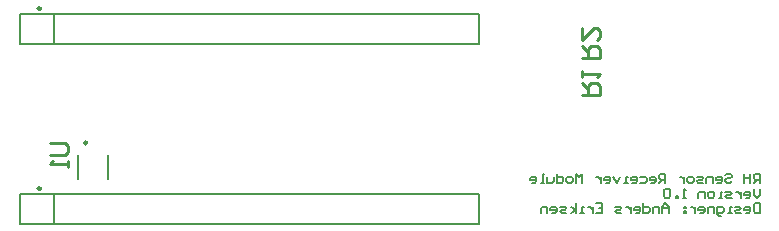
<source format=gbr>
%TF.GenerationSoftware,Altium Limited,Altium Designer,25.6.2 (33)*%
G04 Layer_Color=32896*
%FSLAX45Y45*%
%MOMM*%
%TF.SameCoordinates,5DA55B6F-82E9-41E6-B114-64E7E2ADA8B0*%
%TF.FilePolarity,Positive*%
%TF.FileFunction,Legend,Bot*%
%TF.Part,Single*%
G01*
G75*
%TA.AperFunction,NonConductor*%
%ADD22C,0.20000*%
%ADD24C,0.25000*%
%ADD25C,0.25400*%
D22*
X1345450Y405540D02*
Y615540D01*
X1092950Y405540D02*
Y615540D01*
X889000Y1549400D02*
Y1803400D01*
X597000Y1549400D02*
Y1803400D01*
X4483000D01*
Y1549400D02*
Y1803400D01*
X597000Y1549400D02*
X4483000D01*
X889000Y25400D02*
Y279400D01*
X597000Y25400D02*
Y279400D01*
X4483000D01*
Y25400D02*
Y279400D01*
X597000Y25400D02*
X4483000D01*
X6863400Y202832D02*
Y122858D01*
X6823413D01*
X6810084Y136187D01*
Y189503D01*
X6823413Y202832D01*
X6863400D01*
X6743439Y122858D02*
X6770097D01*
X6783426Y136187D01*
Y162845D01*
X6770097Y176174D01*
X6743439D01*
X6730110Y162845D01*
Y149516D01*
X6783426D01*
X6703452Y122858D02*
X6663464D01*
X6650136Y136187D01*
X6663464Y149516D01*
X6690123D01*
X6703452Y162845D01*
X6690123Y176174D01*
X6650136D01*
X6623477Y122858D02*
X6596819D01*
X6610148D01*
Y176174D01*
X6623477D01*
X6530174Y96200D02*
X6516845D01*
X6503516Y109529D01*
Y176174D01*
X6543503D01*
X6556832Y162845D01*
Y136187D01*
X6543503Y122858D01*
X6503516D01*
X6476858D02*
Y176174D01*
X6436871D01*
X6423542Y162845D01*
Y122858D01*
X6356897D02*
X6383555D01*
X6396884Y136187D01*
Y162845D01*
X6383555Y176174D01*
X6356897D01*
X6343568Y162845D01*
Y149516D01*
X6396884D01*
X6316910Y176174D02*
Y122858D01*
Y149516D01*
X6303580Y162845D01*
X6290252Y176174D01*
X6276922D01*
X6236935D02*
X6223606D01*
Y162845D01*
X6236935D01*
Y176174D01*
Y136187D02*
X6223606D01*
Y122858D01*
X6236935D01*
Y136187D01*
X6090316Y122858D02*
Y176174D01*
X6063658Y202832D01*
X6037000Y176174D01*
Y122858D01*
Y162845D01*
X6090316D01*
X6010342Y122858D02*
Y176174D01*
X5970355D01*
X5957026Y162845D01*
Y122858D01*
X5877051Y202832D02*
Y122858D01*
X5917038D01*
X5930368Y136187D01*
Y162845D01*
X5917038Y176174D01*
X5877051D01*
X5810406Y122858D02*
X5837064D01*
X5850393Y136187D01*
Y162845D01*
X5837064Y176174D01*
X5810406D01*
X5797077Y162845D01*
Y149516D01*
X5850393D01*
X5770419Y176174D02*
Y122858D01*
Y149516D01*
X5757090Y162845D01*
X5743761Y176174D01*
X5730432D01*
X5690445Y122858D02*
X5650458D01*
X5637129Y136187D01*
X5650458Y149516D01*
X5677116D01*
X5690445Y162845D01*
X5677116Y176174D01*
X5637129D01*
X5477181Y202832D02*
X5530497D01*
Y122858D01*
X5477181D01*
X5530497Y162845D02*
X5503839D01*
X5450523Y176174D02*
Y122858D01*
Y149516D01*
X5437193Y162845D01*
X5423864Y176174D01*
X5410535D01*
X5370548Y122858D02*
X5343890D01*
X5357219D01*
Y176174D01*
X5370548D01*
X5303903Y122858D02*
Y202832D01*
Y149516D02*
X5263916Y176174D01*
X5303903Y149516D02*
X5263916Y122858D01*
X5223929D02*
X5183942D01*
X5170613Y136187D01*
X5183942Y149516D01*
X5210600D01*
X5223929Y162845D01*
X5210600Y176174D01*
X5170613D01*
X5103967Y122858D02*
X5130626D01*
X5143955Y136187D01*
Y162845D01*
X5130626Y176174D01*
X5103967D01*
X5090639Y162845D01*
Y149516D01*
X5143955D01*
X5063980Y122858D02*
Y176174D01*
X5023993D01*
X5010664Y162845D01*
Y122858D01*
X6863400Y375600D02*
Y455574D01*
X6823413D01*
X6810084Y442245D01*
Y415587D01*
X6823413Y402258D01*
X6863400D01*
X6836742D02*
X6810084Y375600D01*
X6783426Y455574D02*
Y375600D01*
Y415587D01*
X6730110D01*
Y455574D01*
Y375600D01*
X6570161Y442245D02*
X6583490Y455574D01*
X6610148D01*
X6623477Y442245D01*
Y428916D01*
X6610148Y415587D01*
X6583490D01*
X6570161Y402258D01*
Y388929D01*
X6583490Y375600D01*
X6610148D01*
X6623477Y388929D01*
X6503516Y375600D02*
X6530174D01*
X6543503Y388929D01*
Y415587D01*
X6530174Y428916D01*
X6503516D01*
X6490187Y415587D01*
Y402258D01*
X6543503D01*
X6463529Y375600D02*
Y428916D01*
X6423542D01*
X6410213Y415587D01*
Y375600D01*
X6383555D02*
X6343568D01*
X6330239Y388929D01*
X6343568Y402258D01*
X6370226D01*
X6383555Y415587D01*
X6370226Y428916D01*
X6330239D01*
X6290252Y375600D02*
X6263594D01*
X6250265Y388929D01*
Y415587D01*
X6263594Y428916D01*
X6290252D01*
X6303581Y415587D01*
Y388929D01*
X6290252Y375600D01*
X6223607Y428916D02*
Y375600D01*
Y402258D01*
X6210277Y415587D01*
X6196948Y428916D01*
X6183619D01*
X6063658Y375600D02*
Y455574D01*
X6023671D01*
X6010342Y442245D01*
Y415587D01*
X6023671Y402258D01*
X6063658D01*
X6037000D02*
X6010342Y375600D01*
X5943697D02*
X5970355D01*
X5983684Y388929D01*
Y415587D01*
X5970355Y428916D01*
X5943697D01*
X5930368Y415587D01*
Y402258D01*
X5983684D01*
X5850394Y428916D02*
X5890381D01*
X5903710Y415587D01*
Y388929D01*
X5890381Y375600D01*
X5850394D01*
X5783748D02*
X5810406D01*
X5823736Y388929D01*
Y415587D01*
X5810406Y428916D01*
X5783748D01*
X5770419Y415587D01*
Y402258D01*
X5823736D01*
X5743761Y375600D02*
X5717103D01*
X5730432D01*
Y428916D01*
X5743761D01*
X5677116D02*
X5650458Y375600D01*
X5623800Y428916D01*
X5557155Y375600D02*
X5583813D01*
X5597142Y388929D01*
Y415587D01*
X5583813Y428916D01*
X5557155D01*
X5543826Y415587D01*
Y402258D01*
X5597142D01*
X5517168Y428916D02*
Y375600D01*
Y402258D01*
X5503839Y415587D01*
X5490510Y428916D01*
X5477181D01*
X5357219Y375600D02*
Y455574D01*
X5330561Y428916D01*
X5303903Y455574D01*
Y375600D01*
X5263916D02*
X5237258D01*
X5223929Y388929D01*
Y415587D01*
X5237258Y428916D01*
X5263916D01*
X5277245Y415587D01*
Y388929D01*
X5263916Y375600D01*
X5143955Y455574D02*
Y375600D01*
X5183942D01*
X5197271Y388929D01*
Y415587D01*
X5183942Y428916D01*
X5143955D01*
X5117297D02*
Y388929D01*
X5103968Y375600D01*
X5063981D01*
Y428916D01*
X5037323Y375600D02*
X5010665D01*
X5023994D01*
Y455574D01*
X5037323D01*
X4930690Y375600D02*
X4957348D01*
X4970677Y388929D01*
Y415587D01*
X4957348Y428916D01*
X4930690D01*
X4917361Y415587D01*
Y402258D01*
X4970677D01*
X6863400Y328574D02*
Y275258D01*
X6836742Y248600D01*
X6810084Y275258D01*
Y328574D01*
X6743439Y248600D02*
X6770097D01*
X6783426Y261929D01*
Y288587D01*
X6770097Y301916D01*
X6743439D01*
X6730110Y288587D01*
Y275258D01*
X6783426D01*
X6703452Y301916D02*
Y248600D01*
Y275258D01*
X6690123Y288587D01*
X6676794Y301916D01*
X6663464D01*
X6623477Y248600D02*
X6583490D01*
X6570161Y261929D01*
X6583490Y275258D01*
X6610148D01*
X6623477Y288587D01*
X6610148Y301916D01*
X6570161D01*
X6543503Y248600D02*
X6516845D01*
X6530174D01*
Y301916D01*
X6543503D01*
X6463529Y248600D02*
X6436871D01*
X6423542Y261929D01*
Y288587D01*
X6436871Y301916D01*
X6463529D01*
X6476858Y288587D01*
Y261929D01*
X6463529Y248600D01*
X6396884D02*
Y301916D01*
X6356897D01*
X6343568Y288587D01*
Y248600D01*
X6236935D02*
X6210277D01*
X6223606D01*
Y328574D01*
X6236935Y315245D01*
X6170290Y248600D02*
Y261929D01*
X6156961D01*
Y248600D01*
X6170290D01*
X6103645Y315245D02*
X6090316Y328574D01*
X6063658D01*
X6050329Y315245D01*
Y261929D01*
X6063658Y248600D01*
X6090316D01*
X6103645Y261929D01*
Y315245D01*
D24*
X1166700Y715748D02*
G03*
X1166700Y715748I-12500J0D01*
G01*
X774500Y1851400D02*
G03*
X774500Y1851400I-12500J0D01*
G01*
Y327400D02*
G03*
X774500Y327400I-12500J0D01*
G01*
D25*
X854759Y715010D02*
X981718D01*
X1007110Y689618D01*
Y638835D01*
X981718Y613443D01*
X854759D01*
X1007110Y562659D02*
Y511876D01*
Y537267D01*
X854759D01*
X880151Y562659D01*
X5360670Y1433830D02*
X5513021D01*
Y1510005D01*
X5487629Y1535397D01*
X5436845D01*
X5411453Y1510005D01*
Y1433830D01*
Y1484613D02*
X5360670Y1535397D01*
Y1687748D02*
Y1586181D01*
X5462237Y1687748D01*
X5487629D01*
X5513021Y1662356D01*
Y1611573D01*
X5487629Y1586181D01*
X5359425Y1117633D02*
X5511775D01*
Y1193808D01*
X5486383Y1219200D01*
X5435600D01*
X5410208Y1193808D01*
Y1117633D01*
Y1168417D02*
X5359425Y1219200D01*
Y1269984D02*
Y1320767D01*
Y1295376D01*
X5511775D01*
X5486383Y1269984D01*
%TF.MD5,e2bcb58daa08e36b19363da0bfbdb36f*%
M02*

</source>
